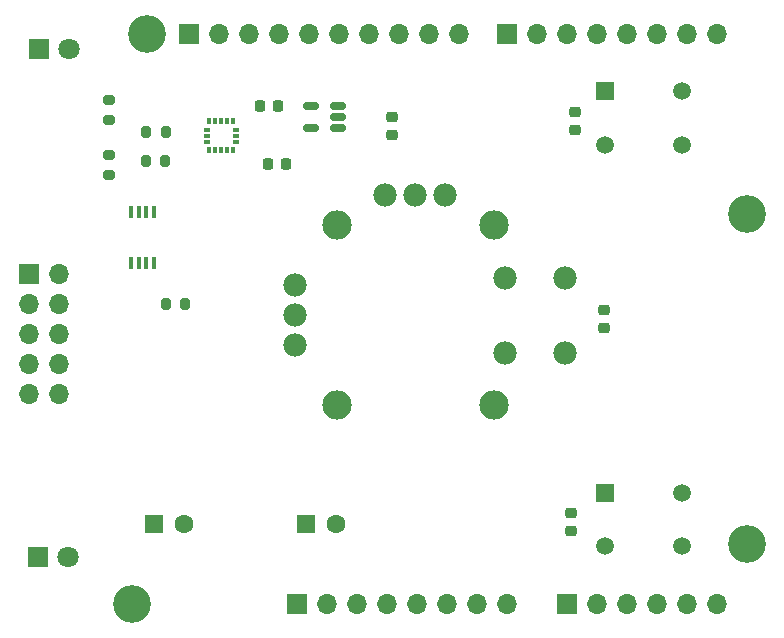
<source format=gbr>
%TF.GenerationSoftware,KiCad,Pcbnew,7.0.2-0*%
%TF.CreationDate,2024-01-05T14:52:03-05:00*%
%TF.ProjectId,ControllerShield,436f6e74-726f-46c6-9c65-72536869656c,rev?*%
%TF.SameCoordinates,Original*%
%TF.FileFunction,Soldermask,Top*%
%TF.FilePolarity,Negative*%
%FSLAX46Y46*%
G04 Gerber Fmt 4.6, Leading zero omitted, Abs format (unit mm)*
G04 Created by KiCad (PCBNEW 7.0.2-0) date 2024-01-05 14:52:03*
%MOMM*%
%LPD*%
G01*
G04 APERTURE LIST*
G04 Aperture macros list*
%AMRoundRect*
0 Rectangle with rounded corners*
0 $1 Rounding radius*
0 $2 $3 $4 $5 $6 $7 $8 $9 X,Y pos of 4 corners*
0 Add a 4 corners polygon primitive as box body*
4,1,4,$2,$3,$4,$5,$6,$7,$8,$9,$2,$3,0*
0 Add four circle primitives for the rounded corners*
1,1,$1+$1,$2,$3*
1,1,$1+$1,$4,$5*
1,1,$1+$1,$6,$7*
1,1,$1+$1,$8,$9*
0 Add four rect primitives between the rounded corners*
20,1,$1+$1,$2,$3,$4,$5,0*
20,1,$1+$1,$4,$5,$6,$7,0*
20,1,$1+$1,$6,$7,$8,$9,0*
20,1,$1+$1,$8,$9,$2,$3,0*%
G04 Aperture macros list end*
%ADD10R,1.700000X1.700000*%
%ADD11O,1.700000X1.700000*%
%ADD12R,1.800000X1.800000*%
%ADD13C,1.800000*%
%ADD14RoundRect,0.225000X0.250000X-0.225000X0.250000X0.225000X-0.250000X0.225000X-0.250000X-0.225000X0*%
%ADD15R,1.600000X1.600000*%
%ADD16C,1.600000*%
%ADD17RoundRect,0.200000X-0.200000X-0.275000X0.200000X-0.275000X0.200000X0.275000X-0.200000X0.275000X0*%
%ADD18RoundRect,0.200000X-0.275000X0.200000X-0.275000X-0.200000X0.275000X-0.200000X0.275000X0.200000X0*%
%ADD19C,1.982000*%
%ADD20C,2.490000*%
%ADD21R,1.498600X1.498600*%
%ADD22C,1.498600*%
%ADD23RoundRect,0.225000X0.225000X0.250000X-0.225000X0.250000X-0.225000X-0.250000X0.225000X-0.250000X0*%
%ADD24R,0.400000X1.100000*%
%ADD25C,3.200000*%
%ADD26RoundRect,0.225000X-0.250000X0.225000X-0.250000X-0.225000X0.250000X-0.225000X0.250000X0.225000X0*%
%ADD27RoundRect,0.150000X0.512500X0.150000X-0.512500X0.150000X-0.512500X-0.150000X0.512500X-0.150000X0*%
%ADD28RoundRect,0.087500X-0.087500X0.187500X-0.087500X-0.187500X0.087500X-0.187500X0.087500X0.187500X0*%
%ADD29RoundRect,0.087500X-0.187500X0.087500X-0.187500X-0.087500X0.187500X-0.087500X0.187500X0.087500X0*%
G04 APERTURE END LIST*
D10*
%TO.C,J1*%
X149890000Y-138655000D03*
D11*
X152430000Y-138655000D03*
X154970000Y-138655000D03*
X157510000Y-138655000D03*
X160050000Y-138655000D03*
X162590000Y-138655000D03*
X165130000Y-138655000D03*
X167670000Y-138655000D03*
%TD*%
D10*
%TO.C,J3*%
X172750000Y-138655000D03*
D11*
X175290000Y-138655000D03*
X177830000Y-138655000D03*
X180370000Y-138655000D03*
X182910000Y-138655000D03*
X185450000Y-138655000D03*
%TD*%
D10*
%TO.C,J2*%
X140746000Y-90395000D03*
D11*
X143286000Y-90395000D03*
X145826000Y-90395000D03*
X148366000Y-90395000D03*
X150906000Y-90395000D03*
X153446000Y-90395000D03*
X155986000Y-90395000D03*
X158526000Y-90395000D03*
X161066000Y-90395000D03*
X163606000Y-90395000D03*
%TD*%
D10*
%TO.C,J4*%
X167670000Y-90395000D03*
D11*
X170210000Y-90395000D03*
X172750000Y-90395000D03*
X175290000Y-90395000D03*
X177830000Y-90395000D03*
X180370000Y-90395000D03*
X182910000Y-90395000D03*
X185450000Y-90395000D03*
%TD*%
D12*
%TO.C,D1*%
X128025000Y-134650000D03*
D13*
X130565000Y-134650000D03*
%TD*%
D14*
%TO.C,C3*%
X173100000Y-132475000D03*
X173100000Y-130925000D03*
%TD*%
D15*
%TO.C,C8*%
X137850000Y-131900000D03*
D16*
X140350000Y-131900000D03*
%TD*%
D17*
%TO.C,R2*%
X137150000Y-98720000D03*
X138800000Y-98720000D03*
%TD*%
D18*
%TO.C,R4*%
X134000000Y-96000000D03*
X134000000Y-97650000D03*
%TD*%
D19*
%TO.C,U1*%
X172650000Y-111020000D03*
X172650000Y-117370000D03*
X167570000Y-111020000D03*
X167570000Y-117370000D03*
X149790000Y-111655000D03*
X149790000Y-114195000D03*
X149790000Y-116735000D03*
D20*
X166617500Y-106575000D03*
X153282500Y-106575000D03*
X153282500Y-121815000D03*
X166617500Y-121815000D03*
D19*
X162490000Y-104035000D03*
X159950000Y-104035000D03*
X157410000Y-104035000D03*
%TD*%
D12*
%TO.C,D2*%
X128075000Y-91700000D03*
D13*
X130615000Y-91700000D03*
%TD*%
D21*
%TO.C,SW1*%
X175999999Y-129260599D03*
D22*
X182500001Y-129260599D03*
X175999999Y-133760600D03*
X182500001Y-133760600D03*
%TD*%
D23*
%TO.C,C1*%
X148300000Y-96500000D03*
X146750000Y-96500000D03*
%TD*%
D24*
%TO.C,U4*%
X137825000Y-105450000D03*
X137175000Y-105450000D03*
X136525000Y-105450000D03*
X135875000Y-105450000D03*
X135875000Y-109750000D03*
X136525000Y-109750000D03*
X137175000Y-109750000D03*
X137825000Y-109750000D03*
%TD*%
D14*
%TO.C,C6*%
X173450000Y-98525000D03*
X173450000Y-96975000D03*
%TD*%
D17*
%TO.C,R5*%
X138825000Y-113250000D03*
X140475000Y-113250000D03*
%TD*%
D21*
%TO.C,SW2*%
X175999999Y-95260599D03*
D22*
X182500001Y-95260599D03*
X175999999Y-99760600D03*
X182500001Y-99760600D03*
%TD*%
D25*
%TO.C,MH1*%
X137190000Y-90395000D03*
%TD*%
D18*
%TO.C,R3*%
X134000000Y-100675000D03*
X134000000Y-102325000D03*
%TD*%
D26*
%TO.C,C4*%
X157950000Y-97400000D03*
X157950000Y-98950000D03*
%TD*%
D27*
%TO.C,U3*%
X153387500Y-98400000D03*
X153387500Y-97450000D03*
X153387500Y-96500000D03*
X151112500Y-96500000D03*
X151112500Y-98400000D03*
%TD*%
D23*
%TO.C,C2*%
X149000000Y-101445000D03*
X147450000Y-101445000D03*
%TD*%
D26*
%TO.C,C7*%
X175900000Y-113775000D03*
X175900000Y-115325000D03*
%TD*%
D17*
%TO.C,R1*%
X137125000Y-101195000D03*
X138775000Y-101195000D03*
%TD*%
D10*
%TO.C,J5*%
X127210000Y-110750000D03*
D11*
X129750000Y-110750000D03*
X127210000Y-113290000D03*
X129750000Y-113290000D03*
X127210000Y-115830000D03*
X129750000Y-115830000D03*
X127210000Y-118370000D03*
X129750000Y-118370000D03*
X127210000Y-120910000D03*
X129750000Y-120910000D03*
%TD*%
D28*
%TO.C,U2*%
X144495000Y-97790000D03*
X143995000Y-97790000D03*
X143495000Y-97790000D03*
X142995000Y-97790000D03*
X142495000Y-97790000D03*
D29*
X142270000Y-98515000D03*
X142270000Y-99015000D03*
X142270000Y-99515000D03*
D28*
X142495000Y-100240000D03*
X142995000Y-100240000D03*
X143495000Y-100240000D03*
X143995000Y-100240000D03*
X144495000Y-100240000D03*
D29*
X144720000Y-99515000D03*
X144720000Y-99015000D03*
X144720000Y-98515000D03*
%TD*%
D25*
%TO.C,MH2*%
X135920000Y-138655000D03*
%TD*%
%TO.C,MH3*%
X187990000Y-105635000D03*
%TD*%
%TO.C,MH4*%
X187990000Y-133575000D03*
%TD*%
D15*
%TO.C,C5*%
X150717621Y-131900000D03*
D16*
X153217621Y-131900000D03*
%TD*%
M02*

</source>
